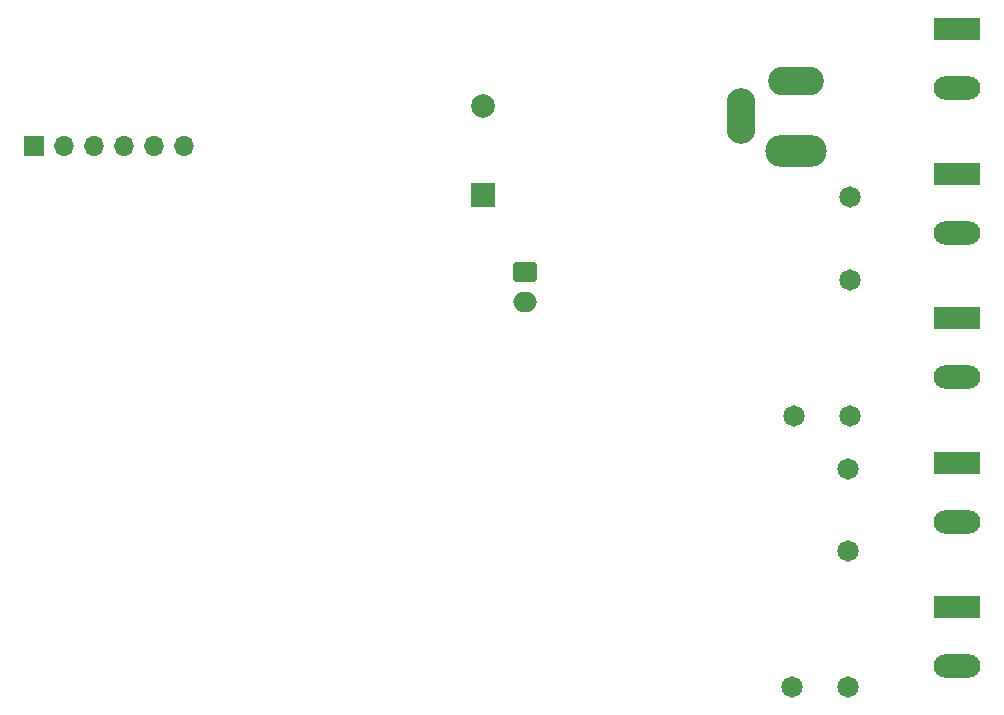
<source format=gbr>
%TF.GenerationSoftware,KiCad,Pcbnew,8.0.3*%
%TF.CreationDate,2024-06-22T21:39:14+05:00*%
%TF.ProjectId,Capibator_PCB,43617069-6261-4746-9f72-5f5043422e6b,1.1*%
%TF.SameCoordinates,Original*%
%TF.FileFunction,Soldermask,Bot*%
%TF.FilePolarity,Negative*%
%FSLAX46Y46*%
G04 Gerber Fmt 4.6, Leading zero omitted, Abs format (unit mm)*
G04 Created by KiCad (PCBNEW 8.0.3) date 2024-06-22 21:39:14*
%MOMM*%
%LPD*%
G01*
G04 APERTURE LIST*
G04 Aperture macros list*
%AMRoundRect*
0 Rectangle with rounded corners*
0 $1 Rounding radius*
0 $2 $3 $4 $5 $6 $7 $8 $9 X,Y pos of 4 corners*
0 Add a 4 corners polygon primitive as box body*
4,1,4,$2,$3,$4,$5,$6,$7,$8,$9,$2,$3,0*
0 Add four circle primitives for the rounded corners*
1,1,$1+$1,$2,$3*
1,1,$1+$1,$4,$5*
1,1,$1+$1,$6,$7*
1,1,$1+$1,$8,$9*
0 Add four rect primitives between the rounded corners*
20,1,$1+$1,$2,$3,$4,$5,0*
20,1,$1+$1,$4,$5,$6,$7,0*
20,1,$1+$1,$6,$7,$8,$9,0*
20,1,$1+$1,$8,$9,$2,$3,0*%
G04 Aperture macros list end*
%ADD10O,5.204000X2.704000*%
%ADD11O,4.704000X2.454000*%
%ADD12O,2.454000X4.704000*%
%ADD13R,3.960000X1.980000*%
%ADD14O,3.960000X1.980000*%
%ADD15R,1.700000X1.700000*%
%ADD16O,1.700000X1.700000*%
%ADD17C,1.812000*%
%ADD18RoundRect,0.250000X-0.750000X0.600000X-0.750000X-0.600000X0.750000X-0.600000X0.750000X0.600000X0*%
%ADD19O,2.000000X1.700000*%
%ADD20R,2.000000X2.000000*%
%ADD21C,2.000000*%
G04 APERTURE END LIST*
D10*
%TO.C,J5*%
X201900000Y-85600000D03*
D11*
X201900000Y-79600000D03*
D12*
X197200000Y-82600000D03*
%TD*%
D13*
%TO.C,J4*%
X215510000Y-87475000D03*
D14*
X215510000Y-92475000D03*
%TD*%
D15*
%TO.C,J1*%
X137370000Y-85120000D03*
D16*
X139910000Y-85120000D03*
X142450000Y-85120000D03*
X144990000Y-85120000D03*
X147530000Y-85120000D03*
X150070000Y-85120000D03*
%TD*%
D17*
%TO.C,U9*%
X206460000Y-107970000D03*
X206460000Y-96470000D03*
X206460000Y-89470000D03*
X201760000Y-107970000D03*
%TD*%
D18*
%TO.C,J14*%
X178910000Y-95820000D03*
D19*
X178910000Y-98320000D03*
%TD*%
D13*
%TO.C,J6*%
X215510000Y-111955000D03*
D14*
X215510000Y-116955000D03*
%TD*%
D20*
%TO.C,BZ1*%
X175410000Y-89320000D03*
D21*
X175410000Y-81720000D03*
%TD*%
D17*
%TO.C,K1*%
X206260000Y-130970000D03*
X206260000Y-119470000D03*
X206260000Y-112470000D03*
X201560000Y-130970000D03*
%TD*%
D13*
%TO.C,J7*%
X215510000Y-124195000D03*
D14*
X215510000Y-129195000D03*
%TD*%
D13*
%TO.C,J3*%
X215510000Y-75235000D03*
D14*
X215510000Y-80235000D03*
%TD*%
D13*
%TO.C,J5*%
X215510000Y-99715000D03*
D14*
X215510000Y-104715000D03*
%TD*%
M02*

</source>
